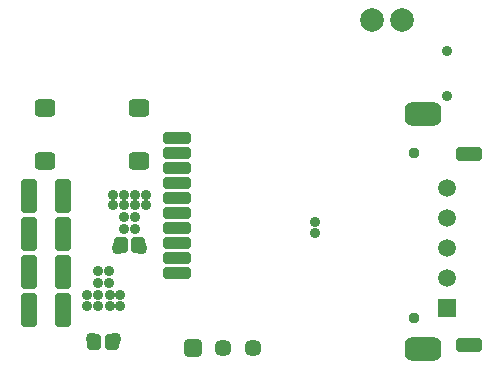
<source format=gbs>
%FSLAX44Y44*%
%MOMM*%
G71*
G01*
G75*
G04 Layer_Color=16711935*
G04:AMPARAMS|DCode=10|XSize=0.7mm|YSize=2.5mm|CornerRadius=0.175mm|HoleSize=0mm|Usage=FLASHONLY|Rotation=0.000|XOffset=0mm|YOffset=0mm|HoleType=Round|Shape=RoundedRectangle|*
%AMROUNDEDRECTD10*
21,1,0.7000,2.1500,0,0,0.0*
21,1,0.3500,2.5000,0,0,0.0*
1,1,0.3500,0.1750,-1.0750*
1,1,0.3500,-0.1750,-1.0750*
1,1,0.3500,-0.1750,1.0750*
1,1,0.3500,0.1750,1.0750*
%
%ADD10ROUNDEDRECTD10*%
G04:AMPARAMS|DCode=11|XSize=0.67mm|YSize=0.67mm|CornerRadius=0.1508mm|HoleSize=0mm|Usage=FLASHONLY|Rotation=90.000|XOffset=0mm|YOffset=0mm|HoleType=Round|Shape=RoundedRectangle|*
%AMROUNDEDRECTD11*
21,1,0.6700,0.3685,0,0,90.0*
21,1,0.3685,0.6700,0,0,90.0*
1,1,0.3015,0.1843,0.1843*
1,1,0.3015,0.1843,-0.1843*
1,1,0.3015,-0.1843,-0.1843*
1,1,0.3015,-0.1843,0.1843*
%
%ADD11ROUNDEDRECTD11*%
G04:AMPARAMS|DCode=12|XSize=0.67mm|YSize=0.67mm|CornerRadius=0.1508mm|HoleSize=0mm|Usage=FLASHONLY|Rotation=180.000|XOffset=0mm|YOffset=0mm|HoleType=Round|Shape=RoundedRectangle|*
%AMROUNDEDRECTD12*
21,1,0.6700,0.3685,0,0,180.0*
21,1,0.3685,0.6700,0,0,180.0*
1,1,0.3015,-0.1843,0.1843*
1,1,0.3015,0.1843,0.1843*
1,1,0.3015,0.1843,-0.1843*
1,1,0.3015,-0.1843,-0.1843*
%
%ADD12ROUNDEDRECTD12*%
G04:AMPARAMS|DCode=13|XSize=0.62mm|YSize=0.62mm|CornerRadius=0.1488mm|HoleSize=0mm|Usage=FLASHONLY|Rotation=270.000|XOffset=0mm|YOffset=0mm|HoleType=Round|Shape=RoundedRectangle|*
%AMROUNDEDRECTD13*
21,1,0.6200,0.3224,0,0,270.0*
21,1,0.3224,0.6200,0,0,270.0*
1,1,0.2976,-0.1612,-0.1612*
1,1,0.2976,-0.1612,0.1612*
1,1,0.2976,0.1612,0.1612*
1,1,0.2976,0.1612,-0.1612*
%
%ADD13ROUNDEDRECTD13*%
%ADD14R,1.4000X0.4000*%
%ADD15R,1.9000X1.8000*%
G04:AMPARAMS|DCode=16|XSize=2.35mm|YSize=1.15mm|CornerRadius=0.3852mm|HoleSize=0mm|Usage=FLASHONLY|Rotation=180.000|XOffset=0mm|YOffset=0mm|HoleType=Round|Shape=RoundedRectangle|*
%AMROUNDEDRECTD16*
21,1,2.3500,0.3795,0,0,180.0*
21,1,1.5795,1.1500,0,0,180.0*
1,1,0.7705,-0.7897,0.1898*
1,1,0.7705,0.7897,0.1898*
1,1,0.7705,0.7897,-0.1898*
1,1,0.7705,-0.7897,-0.1898*
%
%ADD16ROUNDEDRECTD16*%
G04:AMPARAMS|DCode=17|XSize=1.3mm|YSize=1mm|CornerRadius=0.25mm|HoleSize=0mm|Usage=FLASHONLY|Rotation=180.000|XOffset=0mm|YOffset=0mm|HoleType=Round|Shape=RoundedRectangle|*
%AMROUNDEDRECTD17*
21,1,1.3000,0.5000,0,0,180.0*
21,1,0.8000,1.0000,0,0,180.0*
1,1,0.5000,-0.4000,0.2500*
1,1,0.5000,0.4000,0.2500*
1,1,0.5000,0.4000,-0.2500*
1,1,0.5000,-0.4000,-0.2500*
%
%ADD17ROUNDEDRECTD17*%
G04:AMPARAMS|DCode=18|XSize=2.5mm|YSize=1.15mm|CornerRadius=0.3852mm|HoleSize=0mm|Usage=FLASHONLY|Rotation=180.000|XOffset=0mm|YOffset=0mm|HoleType=Round|Shape=RoundedRectangle|*
%AMROUNDEDRECTD18*
21,1,2.5000,0.3795,0,0,180.0*
21,1,1.7295,1.1500,0,0,180.0*
1,1,0.7705,-0.8648,0.1898*
1,1,0.7705,0.8648,0.1898*
1,1,0.7705,0.8648,-0.1898*
1,1,0.7705,-0.8648,-0.1898*
%
%ADD18ROUNDEDRECTD18*%
G04:AMPARAMS|DCode=19|XSize=1.1mm|YSize=0.6mm|CornerRadius=0.201mm|HoleSize=0mm|Usage=FLASHONLY|Rotation=270.000|XOffset=0mm|YOffset=0mm|HoleType=Round|Shape=RoundedRectangle|*
%AMROUNDEDRECTD19*
21,1,1.1000,0.1980,0,0,270.0*
21,1,0.6980,0.6000,0,0,270.0*
1,1,0.4020,-0.0990,-0.3490*
1,1,0.4020,-0.0990,0.3490*
1,1,0.4020,0.0990,0.3490*
1,1,0.4020,0.0990,-0.3490*
%
%ADD19ROUNDEDRECTD19*%
G04:AMPARAMS|DCode=20|XSize=0.62mm|YSize=0.62mm|CornerRadius=0.1488mm|HoleSize=0mm|Usage=FLASHONLY|Rotation=180.000|XOffset=0mm|YOffset=0mm|HoleType=Round|Shape=RoundedRectangle|*
%AMROUNDEDRECTD20*
21,1,0.6200,0.3224,0,0,180.0*
21,1,0.3224,0.6200,0,0,180.0*
1,1,0.2976,-0.1612,0.1612*
1,1,0.2976,0.1612,0.1612*
1,1,0.2976,0.1612,-0.1612*
1,1,0.2976,-0.1612,-0.1612*
%
%ADD20ROUNDEDRECTD20*%
G04:AMPARAMS|DCode=21|XSize=1mm|YSize=2mm|CornerRadius=0.25mm|HoleSize=0mm|Usage=FLASHONLY|Rotation=0.000|XOffset=0mm|YOffset=0mm|HoleType=Round|Shape=RoundedRectangle|*
%AMROUNDEDRECTD21*
21,1,1.0000,1.5000,0,0,0.0*
21,1,0.5000,2.0000,0,0,0.0*
1,1,0.5000,0.2500,-0.7500*
1,1,0.5000,-0.2500,-0.7500*
1,1,0.5000,-0.2500,0.7500*
1,1,0.5000,0.2500,0.7500*
%
%ADD21ROUNDEDRECTD21*%
G04:AMPARAMS|DCode=22|XSize=0.7mm|YSize=1mm|CornerRadius=0.175mm|HoleSize=0mm|Usage=FLASHONLY|Rotation=180.000|XOffset=0mm|YOffset=0mm|HoleType=Round|Shape=RoundedRectangle|*
%AMROUNDEDRECTD22*
21,1,0.7000,0.6500,0,0,180.0*
21,1,0.3500,1.0000,0,0,180.0*
1,1,0.3500,-0.1750,0.3250*
1,1,0.3500,0.1750,0.3250*
1,1,0.3500,0.1750,-0.3250*
1,1,0.3500,-0.1750,-0.3250*
%
%ADD22ROUNDEDRECTD22*%
G04:AMPARAMS|DCode=23|XSize=0.8mm|YSize=1mm|CornerRadius=0.2mm|HoleSize=0mm|Usage=FLASHONLY|Rotation=180.000|XOffset=0mm|YOffset=0mm|HoleType=Round|Shape=RoundedRectangle|*
%AMROUNDEDRECTD23*
21,1,0.8000,0.6000,0,0,180.0*
21,1,0.4000,1.0000,0,0,180.0*
1,1,0.4000,-0.2000,0.3000*
1,1,0.4000,0.2000,0.3000*
1,1,0.4000,0.2000,-0.3000*
1,1,0.4000,-0.2000,-0.3000*
%
%ADD23ROUNDEDRECTD23*%
%ADD24O,0.7000X2.5000*%
%ADD25O,2.5000X0.7000*%
G04:AMPARAMS|DCode=26|XSize=1.2mm|YSize=1.2mm|CornerRadius=0.198mm|HoleSize=0mm|Usage=FLASHONLY|Rotation=180.000|XOffset=0mm|YOffset=0mm|HoleType=Round|Shape=RoundedRectangle|*
%AMROUNDEDRECTD26*
21,1,1.2000,0.8040,0,0,180.0*
21,1,0.8040,1.2000,0,0,180.0*
1,1,0.3960,-0.4020,0.4020*
1,1,0.3960,0.4020,0.4020*
1,1,0.3960,0.4020,-0.4020*
1,1,0.3960,-0.4020,-0.4020*
%
%ADD26ROUNDEDRECTD26*%
G04:AMPARAMS|DCode=27|XSize=1.6mm|YSize=2mm|CornerRadius=0.248mm|HoleSize=0mm|Usage=FLASHONLY|Rotation=90.000|XOffset=0mm|YOffset=0mm|HoleType=Round|Shape=RoundedRectangle|*
%AMROUNDEDRECTD27*
21,1,1.6000,1.5040,0,0,90.0*
21,1,1.1040,2.0000,0,0,90.0*
1,1,0.4960,0.7520,0.5520*
1,1,0.4960,0.7520,-0.5520*
1,1,0.4960,-0.7520,-0.5520*
1,1,0.4960,-0.7520,0.5520*
%
%ADD27ROUNDEDRECTD27*%
%ADD28O,0.3000X0.9000*%
%ADD29O,0.9000X0.3000*%
%ADD30R,2.4000X2.4000*%
%ADD31C,0.5000*%
%ADD32C,0.3000*%
%ADD33C,0.2000*%
%ADD34C,0.4000*%
%ADD35C,0.7000*%
%ADD36C,0.3500*%
%ADD37C,0.6000*%
%ADD38C,0.2500*%
%ADD39C,0.7000*%
G04:AMPARAMS|DCode=40|XSize=1.15mm|YSize=2.1mm|CornerRadius=0.2875mm|HoleSize=0mm|Usage=FLASHONLY|Rotation=90.000|XOffset=0mm|YOffset=0mm|HoleType=Round|Shape=RoundedRectangle|*
%AMROUNDEDRECTD40*
21,1,1.1500,1.5250,0,0,90.0*
21,1,0.5750,2.1000,0,0,90.0*
1,1,0.5750,0.7625,0.2875*
1,1,0.5750,0.7625,-0.2875*
1,1,0.5750,-0.7625,-0.2875*
1,1,0.5750,-0.7625,0.2875*
%
%ADD40ROUNDEDRECTD40*%
%ADD41C,1.8500*%
%ADD42C,0.9000*%
%ADD43C,1.3000*%
%ADD44R,1.3000X1.3000*%
G04:AMPARAMS|DCode=45|XSize=0.7mm|YSize=0.7mm|CornerRadius=0.175mm|HoleSize=0mm|Usage=FLASHONLY|Rotation=270.000|XOffset=0mm|YOffset=0mm|HoleType=Round|Shape=RoundedRectangle|*
%AMROUNDEDRECTD45*
21,1,0.7000,0.3500,0,0,270.0*
21,1,0.3500,0.7000,0,0,270.0*
1,1,0.3500,-0.1750,-0.1750*
1,1,0.3500,-0.1750,0.1750*
1,1,0.3500,0.1750,0.1750*
1,1,0.3500,0.1750,-0.1750*
%
%ADD45ROUNDEDRECTD45*%
G04:AMPARAMS|DCode=46|XSize=1.3mm|YSize=1.3mm|CornerRadius=0.1625mm|HoleSize=0mm|Usage=FLASHONLY|Rotation=180.000|XOffset=0mm|YOffset=0mm|HoleType=Round|Shape=RoundedRectangle|*
%AMROUNDEDRECTD46*
21,1,1.3000,0.9750,0,0,180.0*
21,1,0.9750,1.3000,0,0,180.0*
1,1,0.3250,-0.4875,0.4875*
1,1,0.3250,0.4875,0.4875*
1,1,0.3250,0.4875,-0.4875*
1,1,0.3250,-0.4875,-0.4875*
%
%ADD46ROUNDEDRECTD46*%
%ADD47C,0.8000*%
G04:AMPARAMS|DCode=48|XSize=1mm|YSize=1.2mm|CornerRadius=0.165mm|HoleSize=0mm|Usage=FLASHONLY|Rotation=180.000|XOffset=0mm|YOffset=0mm|HoleType=Round|Shape=RoundedRectangle|*
%AMROUNDEDRECTD48*
21,1,1.0000,0.8700,0,0,180.0*
21,1,0.6700,1.2000,0,0,180.0*
1,1,0.3300,-0.3350,0.4350*
1,1,0.3300,0.3350,0.4350*
1,1,0.3300,0.3350,-0.4350*
1,1,0.3300,-0.3350,-0.4350*
%
%ADD48ROUNDEDRECTD48*%
G04:AMPARAMS|DCode=49|XSize=1.6mm|YSize=1.3mm|CornerRadius=0.2015mm|HoleSize=0mm|Usage=FLASHONLY|Rotation=180.000|XOffset=0mm|YOffset=0mm|HoleType=Round|Shape=RoundedRectangle|*
%AMROUNDEDRECTD49*
21,1,1.6000,0.8970,0,0,180.0*
21,1,1.1970,1.3000,0,0,180.0*
1,1,0.4030,-0.5985,0.4485*
1,1,0.4030,0.5985,0.4485*
1,1,0.4030,0.5985,-0.4485*
1,1,0.4030,-0.5985,-0.4485*
%
%ADD49ROUNDEDRECTD49*%
G04:AMPARAMS|DCode=50|XSize=3mm|YSize=2mm|CornerRadius=0.67mm|HoleSize=0mm|Usage=FLASHONLY|Rotation=180.000|XOffset=0mm|YOffset=0mm|HoleType=Round|Shape=RoundedRectangle|*
%AMROUNDEDRECTD50*
21,1,3.0000,0.6600,0,0,180.0*
21,1,1.6600,2.0000,0,0,180.0*
1,1,1.3400,-0.8300,0.3300*
1,1,1.3400,0.8300,0.3300*
1,1,1.3400,0.8300,-0.3300*
1,1,1.3400,-0.8300,-0.3300*
%
%ADD50ROUNDEDRECTD50*%
G04:AMPARAMS|DCode=51|XSize=2.3mm|YSize=0.9mm|CornerRadius=0.225mm|HoleSize=0mm|Usage=FLASHONLY|Rotation=180.000|XOffset=0mm|YOffset=0mm|HoleType=Round|Shape=RoundedRectangle|*
%AMROUNDEDRECTD51*
21,1,2.3000,0.4500,0,0,180.0*
21,1,1.8500,0.9000,0,0,180.0*
1,1,0.4500,-0.9250,0.2250*
1,1,0.4500,0.9250,0.2250*
1,1,0.4500,0.9250,-0.2250*
1,1,0.4500,-0.9250,-0.2250*
%
%ADD51ROUNDEDRECTD51*%
G04:AMPARAMS|DCode=52|XSize=2.7mm|YSize=1.2mm|CornerRadius=0.21mm|HoleSize=0mm|Usage=FLASHONLY|Rotation=270.000|XOffset=0mm|YOffset=0mm|HoleType=Round|Shape=RoundedRectangle|*
%AMROUNDEDRECTD52*
21,1,2.7000,0.7800,0,0,270.0*
21,1,2.2800,1.2000,0,0,270.0*
1,1,0.4200,-0.3900,-1.1400*
1,1,0.4200,-0.3900,1.1400*
1,1,0.4200,0.3900,1.1400*
1,1,0.4200,0.3900,-1.1400*
%
%ADD52ROUNDEDRECTD52*%
%ADD53C,0.2540*%
%ADD54C,0.1000*%
G04:AMPARAMS|DCode=55|XSize=0.77mm|YSize=0.77mm|CornerRadius=0.2008mm|HoleSize=0mm|Usage=FLASHONLY|Rotation=90.000|XOffset=0mm|YOffset=0mm|HoleType=Round|Shape=RoundedRectangle|*
%AMROUNDEDRECTD55*
21,1,0.7700,0.3685,0,0,90.0*
21,1,0.3685,0.7700,0,0,90.0*
1,1,0.4015,0.1843,0.1843*
1,1,0.4015,0.1843,-0.1843*
1,1,0.4015,-0.1843,-0.1843*
1,1,0.4015,-0.1843,0.1843*
%
%ADD55ROUNDEDRECTD55*%
G04:AMPARAMS|DCode=56|XSize=0.77mm|YSize=0.77mm|CornerRadius=0.2008mm|HoleSize=0mm|Usage=FLASHONLY|Rotation=180.000|XOffset=0mm|YOffset=0mm|HoleType=Round|Shape=RoundedRectangle|*
%AMROUNDEDRECTD56*
21,1,0.7700,0.3685,0,0,180.0*
21,1,0.3685,0.7700,0,0,180.0*
1,1,0.4015,-0.1843,0.1843*
1,1,0.4015,0.1843,0.1843*
1,1,0.4015,0.1843,-0.1843*
1,1,0.4015,-0.1843,-0.1843*
%
%ADD56ROUNDEDRECTD56*%
G04:AMPARAMS|DCode=57|XSize=0.77mm|YSize=0.77mm|CornerRadius=0.2238mm|HoleSize=0mm|Usage=FLASHONLY|Rotation=270.000|XOffset=0mm|YOffset=0mm|HoleType=Round|Shape=RoundedRectangle|*
%AMROUNDEDRECTD57*
21,1,0.7700,0.3224,0,0,270.0*
21,1,0.3224,0.7700,0,0,270.0*
1,1,0.4476,-0.1612,-0.1612*
1,1,0.4476,-0.1612,0.1612*
1,1,0.4476,0.1612,0.1612*
1,1,0.4476,0.1612,-0.1612*
%
%ADD57ROUNDEDRECTD57*%
%ADD58R,1.6032X0.6032*%
%ADD59R,2.1032X2.0032*%
G04:AMPARAMS|DCode=60|XSize=2.45mm|YSize=1.25mm|CornerRadius=0.4353mm|HoleSize=0mm|Usage=FLASHONLY|Rotation=180.000|XOffset=0mm|YOffset=0mm|HoleType=Round|Shape=RoundedRectangle|*
%AMROUNDEDRECTD60*
21,1,2.4500,0.3795,0,0,180.0*
21,1,1.5795,1.2500,0,0,180.0*
1,1,0.8705,-0.7897,0.1898*
1,1,0.8705,0.7897,0.1898*
1,1,0.8705,0.7897,-0.1898*
1,1,0.8705,-0.7897,-0.1898*
%
%ADD60ROUNDEDRECTD60*%
G04:AMPARAMS|DCode=61|XSize=1.4mm|YSize=1.1mm|CornerRadius=0.3mm|HoleSize=0mm|Usage=FLASHONLY|Rotation=180.000|XOffset=0mm|YOffset=0mm|HoleType=Round|Shape=RoundedRectangle|*
%AMROUNDEDRECTD61*
21,1,1.4000,0.5000,0,0,180.0*
21,1,0.8000,1.1000,0,0,180.0*
1,1,0.6000,-0.4000,0.2500*
1,1,0.6000,0.4000,0.2500*
1,1,0.6000,0.4000,-0.2500*
1,1,0.6000,-0.4000,-0.2500*
%
%ADD61ROUNDEDRECTD61*%
G04:AMPARAMS|DCode=62|XSize=2.6mm|YSize=1.25mm|CornerRadius=0.4353mm|HoleSize=0mm|Usage=FLASHONLY|Rotation=180.000|XOffset=0mm|YOffset=0mm|HoleType=Round|Shape=RoundedRectangle|*
%AMROUNDEDRECTD62*
21,1,2.6000,0.3795,0,0,180.0*
21,1,1.7295,1.2500,0,0,180.0*
1,1,0.8705,-0.8648,0.1898*
1,1,0.8705,0.8648,0.1898*
1,1,0.8705,0.8648,-0.1898*
1,1,0.8705,-0.8648,-0.1898*
%
%ADD62ROUNDEDRECTD62*%
G04:AMPARAMS|DCode=63|XSize=1.25mm|YSize=0.75mm|CornerRadius=0.276mm|HoleSize=0mm|Usage=FLASHONLY|Rotation=270.000|XOffset=0mm|YOffset=0mm|HoleType=Round|Shape=RoundedRectangle|*
%AMROUNDEDRECTD63*
21,1,1.2500,0.1980,0,0,270.0*
21,1,0.6980,0.7500,0,0,270.0*
1,1,0.5520,-0.0990,-0.3490*
1,1,0.5520,-0.0990,0.3490*
1,1,0.5520,0.0990,0.3490*
1,1,0.5520,0.0990,-0.3490*
%
%ADD63ROUNDEDRECTD63*%
G04:AMPARAMS|DCode=64|XSize=0.77mm|YSize=0.77mm|CornerRadius=0.2238mm|HoleSize=0mm|Usage=FLASHONLY|Rotation=180.000|XOffset=0mm|YOffset=0mm|HoleType=Round|Shape=RoundedRectangle|*
%AMROUNDEDRECTD64*
21,1,0.7700,0.3224,0,0,180.0*
21,1,0.3224,0.7700,0,0,180.0*
1,1,0.4476,-0.1612,0.1612*
1,1,0.4476,0.1612,0.1612*
1,1,0.4476,0.1612,-0.1612*
1,1,0.4476,-0.1612,-0.1612*
%
%ADD64ROUNDEDRECTD64*%
G04:AMPARAMS|DCode=65|XSize=1.2032mm|YSize=2.2032mm|CornerRadius=0.3516mm|HoleSize=0mm|Usage=FLASHONLY|Rotation=0.000|XOffset=0mm|YOffset=0mm|HoleType=Round|Shape=RoundedRectangle|*
%AMROUNDEDRECTD65*
21,1,1.2032,1.5000,0,0,0.0*
21,1,0.5000,2.2032,0,0,0.0*
1,1,0.7032,0.2500,-0.7500*
1,1,0.7032,-0.2500,-0.7500*
1,1,0.7032,-0.2500,0.7500*
1,1,0.7032,0.2500,0.7500*
%
%ADD65ROUNDEDRECTD65*%
G04:AMPARAMS|DCode=66|XSize=0.9032mm|YSize=1.2032mm|CornerRadius=0.2766mm|HoleSize=0mm|Usage=FLASHONLY|Rotation=180.000|XOffset=0mm|YOffset=0mm|HoleType=Round|Shape=RoundedRectangle|*
%AMROUNDEDRECTD66*
21,1,0.9032,0.6500,0,0,180.0*
21,1,0.3500,1.2032,0,0,180.0*
1,1,0.5532,-0.1750,0.3250*
1,1,0.5532,0.1750,0.3250*
1,1,0.5532,0.1750,-0.3250*
1,1,0.5532,-0.1750,-0.3250*
%
%ADD66ROUNDEDRECTD66*%
G04:AMPARAMS|DCode=67|XSize=1.0032mm|YSize=1.2032mm|CornerRadius=0.3016mm|HoleSize=0mm|Usage=FLASHONLY|Rotation=180.000|XOffset=0mm|YOffset=0mm|HoleType=Round|Shape=RoundedRectangle|*
%AMROUNDEDRECTD67*
21,1,1.0032,0.6000,0,0,180.0*
21,1,0.4000,1.2032,0,0,180.0*
1,1,0.6032,-0.2000,0.3000*
1,1,0.6032,0.2000,0.3000*
1,1,0.6032,0.2000,-0.3000*
1,1,0.6032,-0.2000,-0.3000*
%
%ADD67ROUNDEDRECTD67*%
%ADD68O,0.8500X2.6500*%
%ADD69O,2.6500X0.8500*%
G04:AMPARAMS|DCode=70|XSize=1.35mm|YSize=1.35mm|CornerRadius=0.273mm|HoleSize=0mm|Usage=FLASHONLY|Rotation=180.000|XOffset=0mm|YOffset=0mm|HoleType=Round|Shape=RoundedRectangle|*
%AMROUNDEDRECTD70*
21,1,1.3500,0.8040,0,0,180.0*
21,1,0.8040,1.3500,0,0,180.0*
1,1,0.5460,-0.4020,0.4020*
1,1,0.5460,0.4020,0.4020*
1,1,0.5460,0.4020,-0.4020*
1,1,0.5460,-0.4020,-0.4020*
%
%ADD70ROUNDEDRECTD70*%
G04:AMPARAMS|DCode=71|XSize=1.75mm|YSize=2.15mm|CornerRadius=0.323mm|HoleSize=0mm|Usage=FLASHONLY|Rotation=90.000|XOffset=0mm|YOffset=0mm|HoleType=Round|Shape=RoundedRectangle|*
%AMROUNDEDRECTD71*
21,1,1.7500,1.5040,0,0,90.0*
21,1,1.1040,2.1500,0,0,90.0*
1,1,0.6460,0.7520,0.5520*
1,1,0.6460,0.7520,-0.5520*
1,1,0.6460,-0.7520,-0.5520*
1,1,0.6460,-0.7520,0.5520*
%
%ADD71ROUNDEDRECTD71*%
%ADD72O,0.4000X1.0000*%
%ADD73O,1.0000X0.4000*%
%ADD74R,2.5000X2.5000*%
%ADD75C,0.9032*%
G04:AMPARAMS|DCode=76|XSize=1.25mm|YSize=2.2mm|CornerRadius=0.3375mm|HoleSize=0mm|Usage=FLASHONLY|Rotation=90.000|XOffset=0mm|YOffset=0mm|HoleType=Round|Shape=RoundedRectangle|*
%AMROUNDEDRECTD76*
21,1,1.2500,1.5250,0,0,90.0*
21,1,0.5750,2.2000,0,0,90.0*
1,1,0.6750,0.7625,0.2875*
1,1,0.6750,0.7625,-0.2875*
1,1,0.6750,-0.7625,-0.2875*
1,1,0.6750,-0.7625,0.2875*
%
%ADD76ROUNDEDRECTD76*%
%ADD77C,2.0000*%
%ADD78C,1.1032*%
%ADD79C,1.5032*%
%ADD80R,1.5032X1.5032*%
G04:AMPARAMS|DCode=81|XSize=0.8mm|YSize=0.8mm|CornerRadius=0.225mm|HoleSize=0mm|Usage=FLASHONLY|Rotation=270.000|XOffset=0mm|YOffset=0mm|HoleType=Round|Shape=RoundedRectangle|*
%AMROUNDEDRECTD81*
21,1,0.8000,0.3500,0,0,270.0*
21,1,0.3500,0.8000,0,0,270.0*
1,1,0.4500,-0.1750,-0.1750*
1,1,0.4500,-0.1750,0.1750*
1,1,0.4500,0.1750,0.1750*
1,1,0.4500,0.1750,-0.1750*
%
%ADD81ROUNDEDRECTD81*%
%ADD82C,1.4500*%
G04:AMPARAMS|DCode=83|XSize=1.45mm|YSize=1.45mm|CornerRadius=0.2375mm|HoleSize=0mm|Usage=FLASHONLY|Rotation=180.000|XOffset=0mm|YOffset=0mm|HoleType=Round|Shape=RoundedRectangle|*
%AMROUNDEDRECTD83*
21,1,1.4500,0.9750,0,0,180.0*
21,1,0.9750,1.4500,0,0,180.0*
1,1,0.4750,-0.4875,0.4875*
1,1,0.4750,0.4875,0.4875*
1,1,0.4750,0.4875,-0.4875*
1,1,0.4750,-0.4875,-0.4875*
%
%ADD83ROUNDEDRECTD83*%
G04:AMPARAMS|DCode=84|XSize=1.15mm|YSize=1.35mm|CornerRadius=0.24mm|HoleSize=0mm|Usage=FLASHONLY|Rotation=180.000|XOffset=0mm|YOffset=0mm|HoleType=Round|Shape=RoundedRectangle|*
%AMROUNDEDRECTD84*
21,1,1.1500,0.8700,0,0,180.0*
21,1,0.6700,1.3500,0,0,180.0*
1,1,0.4800,-0.3350,0.4350*
1,1,0.4800,0.3350,0.4350*
1,1,0.4800,0.3350,-0.4350*
1,1,0.4800,-0.3350,-0.4350*
%
%ADD84ROUNDEDRECTD84*%
G04:AMPARAMS|DCode=85|XSize=1.75mm|YSize=1.45mm|CornerRadius=0.2765mm|HoleSize=0mm|Usage=FLASHONLY|Rotation=180.000|XOffset=0mm|YOffset=0mm|HoleType=Round|Shape=RoundedRectangle|*
%AMROUNDEDRECTD85*
21,1,1.7500,0.8970,0,0,180.0*
21,1,1.1970,1.4500,0,0,180.0*
1,1,0.5530,-0.5985,0.4485*
1,1,0.5530,0.5985,0.4485*
1,1,0.5530,0.5985,-0.4485*
1,1,0.5530,-0.5985,-0.4485*
%
%ADD85ROUNDEDRECTD85*%
G04:AMPARAMS|DCode=86|XSize=3.1mm|YSize=2.1mm|CornerRadius=0.72mm|HoleSize=0mm|Usage=FLASHONLY|Rotation=180.000|XOffset=0mm|YOffset=0mm|HoleType=Round|Shape=RoundedRectangle|*
%AMROUNDEDRECTD86*
21,1,3.1000,0.6600,0,0,180.0*
21,1,1.6600,2.1000,0,0,180.0*
1,1,1.4400,-0.8300,0.3300*
1,1,1.4400,0.8300,0.3300*
1,1,1.4400,0.8300,-0.3300*
1,1,1.4400,-0.8300,-0.3300*
%
%ADD86ROUNDEDRECTD86*%
G04:AMPARAMS|DCode=87|XSize=2.4mm|YSize=1mm|CornerRadius=0.275mm|HoleSize=0mm|Usage=FLASHONLY|Rotation=180.000|XOffset=0mm|YOffset=0mm|HoleType=Round|Shape=RoundedRectangle|*
%AMROUNDEDRECTD87*
21,1,2.4000,0.4500,0,0,180.0*
21,1,1.8500,1.0000,0,0,180.0*
1,1,0.5500,-0.9250,0.2250*
1,1,0.5500,0.9250,0.2250*
1,1,0.5500,0.9250,-0.2250*
1,1,0.5500,-0.9250,-0.2250*
%
%ADD87ROUNDEDRECTD87*%
G04:AMPARAMS|DCode=88|XSize=2.85mm|YSize=1.35mm|CornerRadius=0.285mm|HoleSize=0mm|Usage=FLASHONLY|Rotation=270.000|XOffset=0mm|YOffset=0mm|HoleType=Round|Shape=RoundedRectangle|*
%AMROUNDEDRECTD88*
21,1,2.8500,0.7800,0,0,270.0*
21,1,2.2800,1.3500,0,0,270.0*
1,1,0.5700,-0.3900,-1.1400*
1,1,0.5700,-0.3900,1.1400*
1,1,0.5700,0.3900,1.1400*
1,1,0.5700,0.3900,-1.1400*
%
%ADD88ROUNDEDRECTD88*%
D57*
X101750Y114498D02*
D03*
X92750D02*
D03*
X101750Y124748D02*
D03*
X92750D02*
D03*
X89250Y48750D02*
D03*
X80250D02*
D03*
X89250Y58749D02*
D03*
X80250D02*
D03*
X79500Y68500D02*
D03*
X70500D02*
D03*
X79500Y78500D02*
D03*
X70500D02*
D03*
X70250Y48750D02*
D03*
X61250D02*
D03*
X70250Y58749D02*
D03*
X61250D02*
D03*
D64*
X254250Y120000D02*
D03*
Y111000D02*
D03*
X111500Y143500D02*
D03*
Y134500D02*
D03*
X101750Y143500D02*
D03*
Y134500D02*
D03*
X92750D02*
D03*
Y143500D02*
D03*
X82750Y134500D02*
D03*
Y143500D02*
D03*
D75*
X366000Y265000D02*
D03*
Y227000D02*
D03*
D76*
X385000Y177450D02*
D03*
Y16050D02*
D03*
D77*
X327950Y291000D02*
D03*
X302550D02*
D03*
D78*
X106750Y98499D02*
D03*
X87750D02*
D03*
X84500Y21000D02*
D03*
X65500D02*
D03*
D79*
X366000Y149000D02*
D03*
Y123500D02*
D03*
Y98000D02*
D03*
Y73000D02*
D03*
D80*
Y47500D02*
D03*
D81*
X338000Y178800D02*
D03*
Y38800D02*
D03*
D82*
X201900Y14000D02*
D03*
X176500D02*
D03*
D83*
X151100D02*
D03*
D84*
X104750Y100499D02*
D03*
X89750D02*
D03*
X82500Y19000D02*
D03*
X67500D02*
D03*
D85*
X25500Y216750D02*
D03*
X105500D02*
D03*
X25500Y171750D02*
D03*
X105500D02*
D03*
D86*
X345400Y12500D02*
D03*
Y212000D02*
D03*
D87*
X137000Y115500D02*
D03*
Y128200D02*
D03*
Y102800D02*
D03*
Y77400D02*
D03*
Y153600D02*
D03*
Y90100D02*
D03*
Y140900D02*
D03*
Y166300D02*
D03*
Y179000D02*
D03*
Y191700D02*
D03*
D88*
X12250Y46000D02*
D03*
X41250D02*
D03*
X12250Y78000D02*
D03*
X41250D02*
D03*
X12250Y110000D02*
D03*
X41250D02*
D03*
X12250Y142000D02*
D03*
X41250D02*
D03*
M02*

</source>
